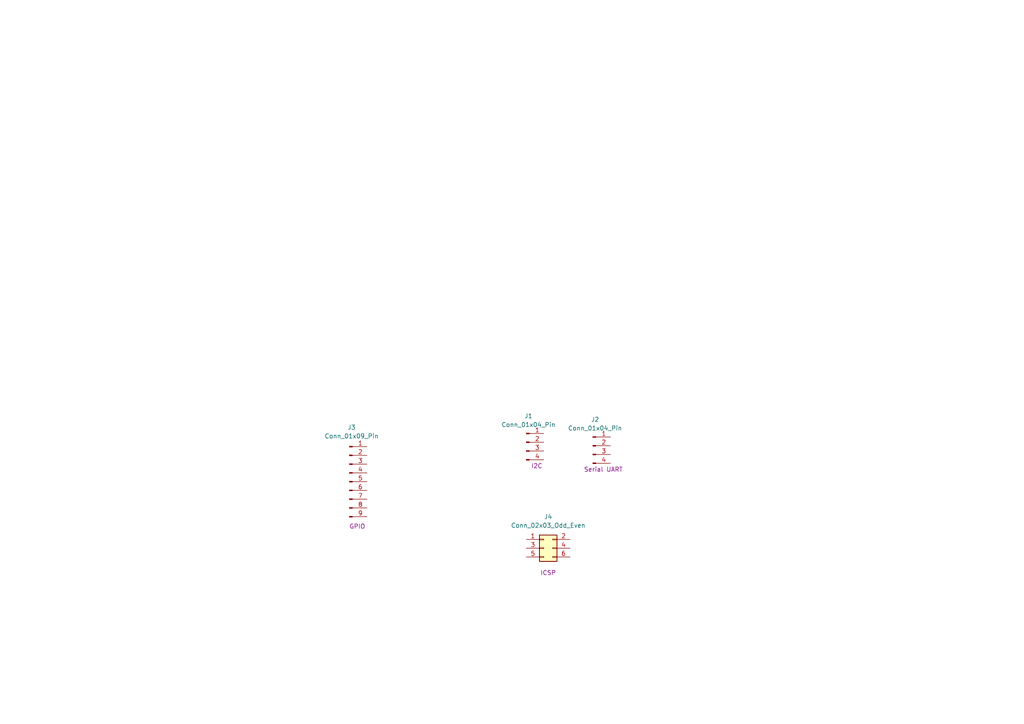
<source format=kicad_sch>
(kicad_sch (version 20231120) (generator "eeschema") (generator_version "8.0")
  (paper "A4")
  (lib_symbols
    (symbol "Connector:Conn_01x04_Pin" (pin_names (offset 1.016) hide)
      (property "Reference" "J" (at 0 5.08 0))
      (property "Value" "Conn_01x04_Pin" (at 0 -7.62 0))
      (symbol "Conn_01x04_Pin_1_1"
        (polyline (pts (xy 1.27 -5.08) (xy 0.8636 -5.08)) (stroke (width 0.1524)))
        (polyline (pts (xy 1.27 -2.54) (xy 0.8636 -2.54)) (stroke (width 0.1524)))
        (polyline (pts (xy 1.27 0) (xy 0.8636 0)) (stroke (width 0.1524)))
        (polyline (pts (xy 1.27 2.54) (xy 0.8636 2.54)) (stroke (width 0.1524)))
        (rectangle (start 0.8636 -4.953) (end 0 -5.207) (stroke (width 0.1524)) (fill (type outline)))
        (rectangle (start 0.8636 -2.413) (end 0 -2.667) (stroke (width 0.1524)) (fill (type outline)))
        (rectangle (start 0.8636 0.127) (end 0 -0.127) (stroke (width 0.1524)) (fill (type outline)))
        (rectangle (start 0.8636 2.667) (end 0 2.413) (stroke (width 0.1524)) (fill (type outline)))
        (pin passive line (at 5.08 2.54 180) (length 3.81) (name "Pin_1") (number "1"))
        (pin passive line (at 5.08 0 180) (length 3.81) (name "Pin_2") (number "2"))
        (pin passive line (at 5.08 -2.54 180) (length 3.81) (name "Pin_3") (number "3"))
        (pin passive line (at 5.08 -5.08 180) (length 3.81) (name "Pin_4") (number "4"))
      )
    )
    (symbol "Connector:Conn_01x09_Pin" (pin_names (offset 1.016) hide)
      (property "Reference" "J" (at 0 12.7 0))
      (property "Value" "Conn_01x09_Pin" (at 0 -12.7 0))
      (symbol "Conn_01x09_Pin_1_1"
        (polyline (pts (xy 1.27 -10.16) (xy 0.8636 -10.16)) (stroke (width 0.1524)))
        (polyline (pts (xy 1.27 -7.62) (xy 0.8636 -7.62)) (stroke (width 0.1524)))
        (polyline (pts (xy 1.27 -5.08) (xy 0.8636 -5.08)) (stroke (width 0.1524)))
        (polyline (pts (xy 1.27 -2.54) (xy 0.8636 -2.54)) (stroke (width 0.1524)))
        (polyline (pts (xy 1.27 0) (xy 0.8636 0)) (stroke (width 0.1524)))
        (polyline (pts (xy 1.27 2.54) (xy 0.8636 2.54)) (stroke (width 0.1524)))
        (polyline (pts (xy 1.27 5.08) (xy 0.8636 5.08)) (stroke (width 0.1524)))
        (polyline (pts (xy 1.27 7.62) (xy 0.8636 7.62)) (stroke (width 0.1524)))
        (polyline (pts (xy 1.27 10.16) (xy 0.8636 10.16)) (stroke (width 0.1524)))
        (rectangle (start 0.8636 -10.033) (end 0 -10.287) (stroke (width 0.1524)) (fill (type outline)))
        (rectangle (start 0.8636 -7.493) (end 0 -7.747) (stroke (width 0.1524)) (fill (type outline)))
        (rectangle (start 0.8636 -4.953) (end 0 -5.207) (stroke (width 0.1524)) (fill (type outline)))
        (rectangle (start 0.8636 -2.413) (end 0 -2.667) (stroke (width 0.1524)) (fill (type outline)))
        (rectangle (start 0.8636 0.127) (end 0 -0.127) (stroke (width 0.1524)) (fill (type outline)))
        (rectangle (start 0.8636 2.667) (end 0 2.413) (stroke (width 0.1524)) (fill (type outline)))
        (rectangle (start 0.8636 5.207) (end 0 4.953) (stroke (width 0.1524)) (fill (type outline)))
        (rectangle (start 0.8636 7.747) (end 0 7.493) (stroke (width 0.1524)) (fill (type outline)))
        (rectangle (start 0.8636 10.287) (end 0 10.033) (stroke (width 0.1524)) (fill (type outline)))
        (pin passive line (at 5.08 10.16 180) (length 3.81) (name "Pin_1") (number "1"))
        (pin passive line (at 5.08 7.62 180) (length 3.81) (name "Pin_2") (number "2"))
        (pin passive line (at 5.08 5.08 180) (length 3.81) (name "Pin_3") (number "3"))
        (pin passive line (at 5.08 2.54 180) (length 3.81) (name "Pin_4") (number "4"))
        (pin passive line (at 5.08 0 180) (length 3.81) (name "Pin_5") (number "5"))
        (pin passive line (at 5.08 -2.54 180) (length 3.81) (name "Pin_6") (number "6"))
        (pin passive line (at 5.08 -5.08 180) (length 3.81) (name "Pin_7") (number "7"))
        (pin passive line (at 5.08 -7.62 180) (length 3.81) (name "Pin_8") (number "8"))
        (pin passive line (at 5.08 -10.16 180) (length 3.81) (name "Pin_9") (number "9"))
      )
    )
    (symbol "Connector_Generic:Conn_02x03_Odd_Even" (pin_names (offset 1.016) hide)
      (property "Reference" "J" (at 1.27 5.08 0))
      (property "Value" "Conn_02x03_Odd_Even" (at 1.27 -5.08 0))
      (symbol "Conn_02x03_Odd_Even_1_1"
        (rectangle (start -1.27 -2.413) (end 0 -2.667) (stroke (width 0.1524)))
        (rectangle (start -1.27 0.127) (end 0 -0.127) (stroke (width 0.1524)))
        (rectangle (start -1.27 2.667) (end 0 2.413) (stroke (width 0.1524)))
        (rectangle (start -1.27 3.81) (end 3.81 -3.81) (stroke (width 0.254)) (fill (type background)))
        (rectangle (start 3.81 -2.413) (end 2.54 -2.667) (stroke (width 0.1524)))
        (rectangle (start 3.81 0.127) (end 2.54 -0.127) (stroke (width 0.1524)))
        (rectangle (start 3.81 2.667) (end 2.54 2.413) (stroke (width 0.1524)))
        (pin passive line (at -5.08 2.54 0) (length 3.81) (name "Pin_1") (number "1"))
        (pin passive line (at 7.62 2.54 180) (length 3.81) (name "Pin_2") (number "2"))
        (pin passive line (at -5.08 0 0) (length 3.81) (name "Pin_3") (number "3"))
        (pin passive line (at 7.62 0 180) (length 3.81) (name "Pin_4") (number "4"))
        (pin passive line (at -5.08 -2.54 0) (length 3.81) (name "Pin_5") (number "5"))
        (pin passive line (at 7.62 -2.54 180) (length 3.81) (name "Pin_6") (number "6"))
      )
    )
  )
  (symbol (lib_id "Connector_Generic:Conn_02x03_Odd_Even") (at 157.734 159.004 0) (unit 1)
    (property "Reference" "J4" (at 159.004 149.86 0))
    (property "Value" "Conn_02x03_Odd_Even" (at 159.004 152.4 0))
    (property "Footprint" "Connector_PinHeader_2.54mm:PinHeader_2x03_P2.54mm_Vertical" (effects (hide yes)))
    (property "Description" "Generic connector, double row, 02x03, odd/even pin numbering scheme (row 1 odd numbers, row 2 even numbers), script generated (kicad-library-utils/schlib/autogen/connector/)" (effects (hide yes)))
    (property "purpose " "ICSP" (at 159.004 166.116 0))
  )
  (symbol (lib_id "Connector:Conn_01x04_Pin") (at 171.958 129.286 0) (unit 1)
    (property "Reference" "J2" (at 172.593 121.666 0))
    (property "Value" "Conn_01x04_Pin" (at 172.593 124.206 0))
    (property "Footprint" "Connector_PinHeader_2.54mm:PinHeader_1x04_P2.54mm_Vertical" (effects (hide yes)))
    (property "Description" "Generic connector, single row, 01x04, script generated" (effects (hide yes)))
    (property "purpose" "Serial UART" (at 175.006 136.144 0))
  )
  (symbol (lib_id "Connector:Conn_01x09_Pin") (at 101.346 139.7 0) (unit 1)
    (property "Reference" "J3" (at 101.981 123.952 0))
    (property "Value" "Conn_01x09_Pin" (at 101.981 126.492 0))
    (property "Footprint" "Connector_PinHeader_2.54mm:PinHeader_1x09_P2.54mm_Vertical" (effects (hide yes)))
    (property "Description" "Generic connector, single row, 01x09, script generated" (effects (hide yes)))
    (property "Purpose " "GPIO" (at 103.632 152.654 0))
  )
  (symbol (lib_id "Connector:Conn_01x04_Pin") (at 152.654 128.27 0) (unit 1)
    (property "Reference" "J1" (at 153.289 120.65 0))
    (property "Value" "Conn_01x04_Pin" (at 153.289 123.19 0))
    (property "Footprint" "Connector_PinHeader_2.54mm:PinHeader_1x04_P2.54mm_Vertical" (effects (hide yes)))
    (property "Description" "Generic connector, single row, 01x04, script generated" (effects (hide yes)))
    (property "purpose" "I2C" (at 155.702 135.128 0))
  )
)
</source>
